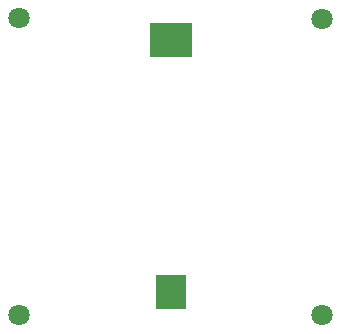
<source format=gbr>
%TF.GenerationSoftware,KiCad,Pcbnew,(6.0.4)*%
%TF.CreationDate,2022-05-21T11:19:22+01:00*%
%TF.ProjectId,Saft 40LF220 - Rev B,53616674-2034-4304-9c46-323230202d20,rev?*%
%TF.SameCoordinates,Original*%
%TF.FileFunction,Soldermask,Top*%
%TF.FilePolarity,Negative*%
%FSLAX46Y46*%
G04 Gerber Fmt 4.6, Leading zero omitted, Abs format (unit mm)*
G04 Created by KiCad (PCBNEW (6.0.4)) date 2022-05-21 11:19:22*
%MOMM*%
%LPD*%
G01*
G04 APERTURE LIST*
%ADD10R,3.600000X3.000000*%
%ADD11R,2.600000X3.000000*%
%ADD12C,1.800000*%
G04 APERTURE END LIST*
D10*
%TO.C,BT1*%
X134500000Y-55450000D03*
D11*
X134500000Y-76850000D03*
%TD*%
D12*
%TO.C,-*%
X147300000Y-53700000D03*
%TD*%
%TO.C,-*%
X147300000Y-78800000D03*
%TD*%
%TO.C,+*%
X121650000Y-53650000D03*
%TD*%
%TO.C,-*%
X121650000Y-78800000D03*
%TD*%
M02*

</source>
